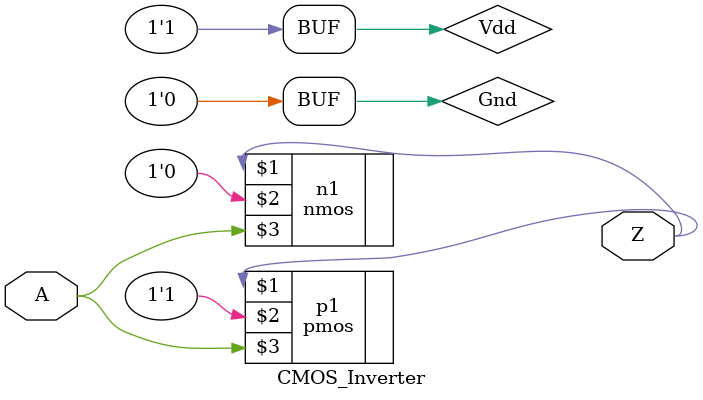
<source format=v>


module CMOS_Inverter (A, Z);

input A;
output Z;
supply0 Gnd;
supply1 Vdd;

pmos p1(Z, Vdd, A);   // Z is the output of the inverter and A is the input of the inverter and Vdd is the power supply
nmos n1(Z, Gnd, A);   // Z is the output of the inverter and A is the input of the inverter and Gnd is the ground supply

endmodule

// *******************************************************


</source>
